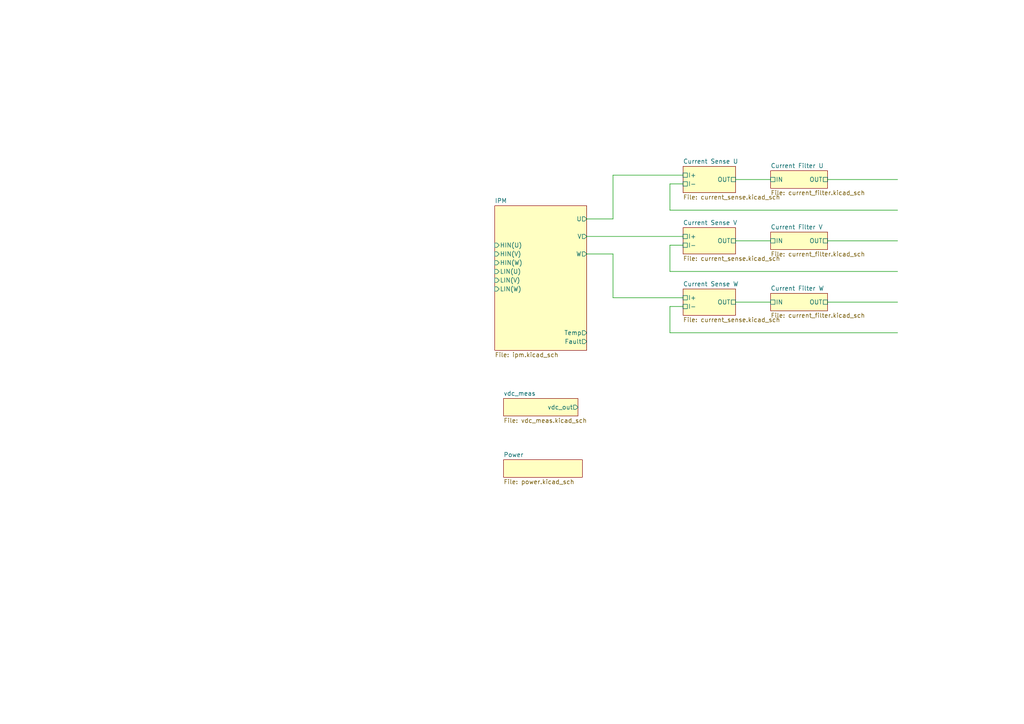
<source format=kicad_sch>
(kicad_sch
	(version 20231120)
	(generator "eeschema")
	(generator_version "8.0")
	(uuid "c11d1dbc-4db9-4712-8d1d-5f6f7086cded")
	(paper "A4")
	(lib_symbols)
	(wire
		(pts
			(xy 198.12 88.9) (xy 194.31 88.9)
		)
		(stroke
			(width 0)
			(type default)
		)
		(uuid "0315c956-f6bd-4e03-99b7-8b8fd50dd0e4")
	)
	(wire
		(pts
			(xy 194.31 71.12) (xy 194.31 78.74)
		)
		(stroke
			(width 0)
			(type default)
		)
		(uuid "0ab4b9cc-d6fa-4c17-b71d-af3884935908")
	)
	(wire
		(pts
			(xy 177.8 73.66) (xy 177.8 86.36)
		)
		(stroke
			(width 0)
			(type default)
		)
		(uuid "0d3de396-3c78-439e-bcf9-3a50ba938de0")
	)
	(wire
		(pts
			(xy 177.8 86.36) (xy 198.12 86.36)
		)
		(stroke
			(width 0)
			(type default)
		)
		(uuid "1dad9131-5391-4c78-af14-db3532691880")
	)
	(wire
		(pts
			(xy 213.36 69.85) (xy 223.52 69.85)
		)
		(stroke
			(width 0)
			(type default)
		)
		(uuid "1f89983f-1257-4cd1-86c3-c99cd003907c")
	)
	(wire
		(pts
			(xy 194.31 60.96) (xy 260.35 60.96)
		)
		(stroke
			(width 0)
			(type default)
		)
		(uuid "24ba17be-1815-4c06-a9c8-efc3b7716a55")
	)
	(wire
		(pts
			(xy 194.31 96.52) (xy 260.35 96.52)
		)
		(stroke
			(width 0)
			(type default)
		)
		(uuid "2ae5674e-02ce-43eb-a186-30f5d21fd548")
	)
	(wire
		(pts
			(xy 213.36 52.07) (xy 223.52 52.07)
		)
		(stroke
			(width 0)
			(type default)
		)
		(uuid "336811cc-c233-4e09-a376-3d6d3389879f")
	)
	(wire
		(pts
			(xy 240.03 52.07) (xy 260.35 52.07)
		)
		(stroke
			(width 0)
			(type default)
		)
		(uuid "41ba738c-b712-4a00-965c-47478b4d36fb")
	)
	(wire
		(pts
			(xy 213.36 87.63) (xy 223.52 87.63)
		)
		(stroke
			(width 0)
			(type default)
		)
		(uuid "4881ae02-c83b-4261-b603-c91fe758a794")
	)
	(wire
		(pts
			(xy 198.12 53.34) (xy 194.31 53.34)
		)
		(stroke
			(width 0)
			(type default)
		)
		(uuid "57af8cca-2d32-4304-95d1-3f35c08c0f2a")
	)
	(wire
		(pts
			(xy 170.18 63.5) (xy 177.8 63.5)
		)
		(stroke
			(width 0)
			(type default)
		)
		(uuid "5cc4ae09-69e6-493a-a0e9-e1bd578bde4b")
	)
	(wire
		(pts
			(xy 240.03 69.85) (xy 260.35 69.85)
		)
		(stroke
			(width 0)
			(type default)
		)
		(uuid "8497511c-31a6-49a7-8c66-690f300555ee")
	)
	(wire
		(pts
			(xy 198.12 71.12) (xy 194.31 71.12)
		)
		(stroke
			(width 0)
			(type default)
		)
		(uuid "97478fb3-0d40-430f-bf12-1ad205d79a66")
	)
	(wire
		(pts
			(xy 194.31 88.9) (xy 194.31 96.52)
		)
		(stroke
			(width 0)
			(type default)
		)
		(uuid "a7d51136-7331-41bb-a2d4-e025ad67720c")
	)
	(wire
		(pts
			(xy 170.18 68.58) (xy 198.12 68.58)
		)
		(stroke
			(width 0)
			(type default)
		)
		(uuid "a84e5431-92ff-41db-8591-f80dddb20b0c")
	)
	(wire
		(pts
			(xy 177.8 50.8) (xy 198.12 50.8)
		)
		(stroke
			(width 0)
			(type default)
		)
		(uuid "bce8969a-b356-435d-9ce6-700593c4aeb3")
	)
	(wire
		(pts
			(xy 170.18 73.66) (xy 177.8 73.66)
		)
		(stroke
			(width 0)
			(type default)
		)
		(uuid "c33717ad-66b5-4837-91dc-4dc3895ee75a")
	)
	(wire
		(pts
			(xy 194.31 78.74) (xy 260.35 78.74)
		)
		(stroke
			(width 0)
			(type default)
		)
		(uuid "c676c30d-632b-4e54-a2e2-37dd58d2f290")
	)
	(wire
		(pts
			(xy 177.8 63.5) (xy 177.8 50.8)
		)
		(stroke
			(width 0)
			(type default)
		)
		(uuid "c844efda-68a6-4c50-9ec9-18b3d2ef17d1")
	)
	(wire
		(pts
			(xy 194.31 53.34) (xy 194.31 60.96)
		)
		(stroke
			(width 0)
			(type default)
		)
		(uuid "c913d1ed-ae1b-47b1-9830-4991ea9d8252")
	)
	(wire
		(pts
			(xy 240.03 87.63) (xy 260.35 87.63)
		)
		(stroke
			(width 0)
			(type default)
		)
		(uuid "e05fbb83-3f00-4de6-baf1-096ce5f9416c")
	)
	(sheet
		(at 198.12 66.04)
		(size 15.24 7.62)
		(fields_autoplaced yes)
		(stroke
			(width 0.1524)
			(type solid)
		)
		(fill
			(color 255 255 194 1.0000)
		)
		(uuid "1bd0e084-5602-43f5-a9de-9167dc3ddabf")
		(property "Sheetname" "Current Sense V"
			(at 198.12 65.3284 0)
			(effects
				(font
					(size 1.27 1.27)
				)
				(justify left bottom)
			)
		)
		(property "Sheetfile" "current_sense.kicad_sch"
			(at 198.12 74.2446 0)
			(effects
				(font
					(size 1.27 1.27)
				)
				(justify left top)
			)
		)
		(pin "I+" passive
			(at 198.12 68.58 180)
			(effects
				(font
					(size 1.27 1.27)
				)
				(justify left)
			)
			(uuid "b81363ca-f91b-420f-acc2-f90b32ba6c72")
		)
		(pin "OUT" passive
			(at 213.36 69.85 0)
			(effects
				(font
					(size 1.27 1.27)
				)
				(justify right)
			)
			(uuid "c16057d6-03ee-4c76-a7c0-be010b38927c")
		)
		(pin "I-" passive
			(at 198.12 71.12 180)
			(effects
				(font
					(size 1.27 1.27)
				)
				(justify left)
			)
			(uuid "7452bdf3-99ed-47e4-a1ad-0bb797c7a076")
		)
		(instances
			(project "main"
				(path "/c11d1dbc-4db9-4712-8d1d-5f6f7086cded"
					(page "4")
				)
			)
		)
	)
	(sheet
		(at 198.12 48.26)
		(size 15.24 7.62)
		(fields_autoplaced yes)
		(stroke
			(width 0.1524)
			(type solid)
		)
		(fill
			(color 255 255 194 1.0000)
		)
		(uuid "236c27c1-9285-48af-b94c-0a581f89ad4f")
		(property "Sheetname" "Current Sense U"
			(at 198.12 47.5484 0)
			(effects
				(font
					(size 1.27 1.27)
				)
				(justify left bottom)
			)
		)
		(property "Sheetfile" "current_sense.kicad_sch"
			(at 198.12 56.4646 0)
			(effects
				(font
					(size 1.27 1.27)
				)
				(justify left top)
			)
		)
		(pin "I+" passive
			(at 198.12 50.8 180)
			(effects
				(font
					(size 1.27 1.27)
				)
				(justify left)
			)
			(uuid "dd7db21a-7d6e-4a80-900c-70122414ab07")
		)
		(pin "OUT" passive
			(at 213.36 52.07 0)
			(effects
				(font
					(size 1.27 1.27)
				)
				(justify right)
			)
			(uuid "a0a6e509-49d8-4900-9ba3-50d6d29e354a")
		)
		(pin "I-" passive
			(at 198.12 53.34 180)
			(effects
				(font
					(size 1.27 1.27)
				)
				(justify left)
			)
			(uuid "5e1051a2-d5e4-4bef-a8ec-230dec5dab10")
		)
		(instances
			(project "main"
				(path "/c11d1dbc-4db9-4712-8d1d-5f6f7086cded"
					(page "2")
				)
			)
		)
	)
	(sheet
		(at 223.52 49.53)
		(size 16.51 5.08)
		(fields_autoplaced yes)
		(stroke
			(width 0.1524)
			(type solid)
		)
		(fill
			(color 255 255 194 1.0000)
		)
		(uuid "4b1be1b1-dfa5-4b57-a4fe-e097b3b33d8a")
		(property "Sheetname" "Current Filter U"
			(at 223.52 48.8184 0)
			(effects
				(font
					(size 1.27 1.27)
				)
				(justify left bottom)
			)
		)
		(property "Sheetfile" "current_filter.kicad_sch"
			(at 223.52 55.1946 0)
			(effects
				(font
					(size 1.27 1.27)
				)
				(justify left top)
			)
		)
		(pin "OUT" passive
			(at 240.03 52.07 0)
			(effects
				(font
					(size 1.27 1.27)
				)
				(justify right)
			)
			(uuid "8f87f3a3-b22e-4847-b156-e7f3ae75bc43")
		)
		(pin "IN" passive
			(at 223.52 52.07 180)
			(effects
				(font
					(size 1.27 1.27)
				)
				(justify left)
			)
			(uuid "986b53a8-acae-4f99-a633-04cf11280afb")
		)
		(instances
			(project "main"
				(path "/c11d1dbc-4db9-4712-8d1d-5f6f7086cded"
					(page "3")
				)
			)
		)
	)
	(sheet
		(at 223.52 85.09)
		(size 16.51 5.08)
		(fields_autoplaced yes)
		(stroke
			(width 0.1524)
			(type solid)
		)
		(fill
			(color 255 255 194 1.0000)
		)
		(uuid "5abad072-255e-43b5-81ad-39000e042b96")
		(property "Sheetname" "Current Filter W"
			(at 223.52 84.3784 0)
			(effects
				(font
					(size 1.27 1.27)
				)
				(justify left bottom)
			)
		)
		(property "Sheetfile" "current_filter.kicad_sch"
			(at 223.52 90.7546 0)
			(effects
				(font
					(size 1.27 1.27)
				)
				(justify left top)
			)
		)
		(pin "OUT" passive
			(at 240.03 87.63 0)
			(effects
				(font
					(size 1.27 1.27)
				)
				(justify right)
			)
			(uuid "78c7a5b2-c50b-4071-94d0-5bbee8bbb471")
		)
		(pin "IN" passive
			(at 223.52 87.63 180)
			(effects
				(font
					(size 1.27 1.27)
				)
				(justify left)
			)
			(uuid "823a2404-3984-490e-8466-4d8947c55aec")
		)
		(instances
			(project "main"
				(path "/c11d1dbc-4db9-4712-8d1d-5f6f7086cded"
					(page "7")
				)
			)
		)
	)
	(sheet
		(at 143.51 59.69)
		(size 26.67 41.91)
		(fields_autoplaced yes)
		(stroke
			(width 0.1524)
			(type solid)
		)
		(fill
			(color 255 255 194 1.0000)
		)
		(uuid "5d407613-ca47-4478-86ea-137e1786be86")
		(property "Sheetname" "IPM"
			(at 143.51 58.9784 0)
			(effects
				(font
					(size 1.27 1.27)
				)
				(justify left bottom)
			)
		)
		(property "Sheetfile" "ipm.kicad_sch"
			(at 143.51 102.1846 0)
			(effects
				(font
					(size 1.27 1.27)
				)
				(justify left top)
			)
		)
		(pin "W" output
			(at 170.18 73.66 0)
			(effects
				(font
					(size 1.27 1.27)
				)
				(justify right)
			)
			(uuid "52964ab9-a318-454c-b8d2-57b755c6dccc")
		)
		(pin "U" output
			(at 170.18 63.5 0)
			(effects
				(font
					(size 1.27 1.27)
				)
				(justify right)
			)
			(uuid "59a32416-c4f9-4a85-883c-e6eafebbf0be")
		)
		(pin "V" output
			(at 170.18 68.58 0)
			(effects
				(font
					(size 1.27 1.27)
				)
				(justify right)
			)
			(uuid "cf912a9b-794e-44f2-b6cd-21765adb0961")
		)
		(pin "Temp" output
			(at 170.18 96.52 0)
			(effects
				(font
					(size 1.27 1.27)
				)
				(justify right)
			)
			(uuid "20637892-99a3-4aae-b7f0-b4207c2c3bbd")
		)
		(pin "Fault" output
			(at 170.18 99.06 0)
			(effects
				(font
					(size 1.27 1.27)
				)
				(justify right)
			)
			(uuid "26e36ed9-20d3-4d27-85d6-460e4ae2ffd7")
		)
		(pin "HIN(W)" input
			(at 143.51 76.2 180)
			(effects
				(font
					(size 1.27 1.27)
				)
				(justify left)
			)
			(uuid "62d113f6-987d-4d5a-9cdb-ae3c27e81615")
		)
		(pin "LIN(W)" input
			(at 143.51 83.82 180)
			(effects
				(font
					(size 1.27 1.27)
				)
				(justify left)
			)
			(uuid "e39baa20-9b72-46e2-9e4d-7c66dda39f54")
		)
		(pin "HIN(V)" input
			(at 143.51 73.66 180)
			(effects
				(font
					(size 1.27 1.27)
				)
				(justify left)
			)
			(uuid "36851296-0773-47f0-8b75-5d88cfd8d352")
		)
		(pin "LIN(V)" input
			(at 143.51 81.28 180)
			(effects
				(font
					(size 1.27 1.27)
				)
				(justify left)
			)
			(uuid "daccab0e-e882-47cf-9ee0-0425bad15496")
		)
		(pin "LIN(U)" input
			(at 143.51 78.74 180)
			(effects
				(font
					(size 1.27 1.27)
				)
				(justify left)
			)
			(uuid "8dbae5ef-403d-46ae-bd6b-d0ee91e079da")
		)
		(pin "HIN(U)" input
			(at 143.51 71.12 180)
			(effects
				(font
					(size 1.27 1.27)
				)
				(justify left)
			)
			(uuid "476733ad-9c0d-41cf-bd8a-b18367879601")
		)
		(instances
			(project "main"
				(path "/c11d1dbc-4db9-4712-8d1d-5f6f7086cded"
					(page "8")
				)
			)
		)
	)
	(sheet
		(at 146.05 115.57)
		(size 21.59 5.08)
		(fields_autoplaced yes)
		(stroke
			(width 0.1524)
			(type solid)
		)
		(fill
			(color 255 255 194 1.0000)
		)
		(uuid "65f1abf4-f16e-41b7-92a2-6e9eb3d99d97")
		(property "Sheetname" "vdc_meas"
			(at 146.05 114.8584 0)
			(effects
				(font
					(size 1.27 1.27)
				)
				(justify left bottom)
			)
		)
		(property "Sheetfile" "vdc_meas.kicad_sch"
			(at 146.05 121.2346 0)
			(effects
				(font
					(size 1.27 1.27)
				)
				(justify left top)
			)
		)
		(pin "vdc_out" output
			(at 167.64 118.11 0)
			(effects
				(font
					(size 1.27 1.27)
				)
				(justify right)
			)
			(uuid "7fc73a02-6dba-4358-914f-9b46b577a432")
		)
		(instances
			(project "main"
				(path "/c11d1dbc-4db9-4712-8d1d-5f6f7086cded"
					(page "14")
				)
			)
		)
	)
	(sheet
		(at 223.52 67.31)
		(size 16.51 5.08)
		(fields_autoplaced yes)
		(stroke
			(width 0.1524)
			(type solid)
		)
		(fill
			(color 255 255 194 1.0000)
		)
		(uuid "b143e45b-d52c-4c1e-956d-7828de21cc22")
		(property "Sheetname" "Current Filter V"
			(at 223.52 66.5984 0)
			(effects
				(font
					(size 1.27 1.27)
				)
				(justify left bottom)
			)
		)
		(property "Sheetfile" "current_filter.kicad_sch"
			(at 223.52 72.9746 0)
			(effects
				(font
					(size 1.27 1.27)
				)
				(justify left top)
			)
		)
		(pin "OUT" passive
			(at 240.03 69.85 0)
			(effects
				(font
					(size 1.27 1.27)
				)
				(justify right)
			)
			(uuid "7617c9b5-593a-45c5-958d-fcc33e2c8e7a")
		)
		(pin "IN" passive
			(at 223.52 69.85 180)
			(effects
				(font
					(size 1.27 1.27)
				)
				(justify left)
			)
			(uuid "c6cf8628-74a7-462a-be2f-91ec1763e41b")
		)
		(instances
			(project "main"
				(path "/c11d1dbc-4db9-4712-8d1d-5f6f7086cded"
					(page "5")
				)
			)
		)
	)
	(sheet
		(at 198.12 83.82)
		(size 15.24 7.62)
		(fields_autoplaced yes)
		(stroke
			(width 0.1524)
			(type solid)
		)
		(fill
			(color 255 255 194 1.0000)
		)
		(uuid "eb061644-a076-485c-afde-65b59d5b34e4")
		(property "Sheetname" "Current Sense W"
			(at 198.12 83.1084 0)
			(effects
				(font
					(size 1.27 1.27)
				)
				(justify left bottom)
			)
		)
		(property "Sheetfile" "current_sense.kicad_sch"
			(at 198.12 92.0246 0)
			(effects
				(font
					(size 1.27 1.27)
				)
				(justify left top)
			)
		)
		(pin "I+" passive
			(at 198.12 86.36 180)
			(effects
				(font
					(size 1.27 1.27)
				)
				(justify left)
			)
			(uuid "f3ec6db1-ee68-4fba-b506-671521fb908a")
		)
		(pin "OUT" passive
			(at 213.36 87.63 0)
			(effects
				(font
					(size 1.27 1.27)
				)
				(justify right)
			)
			(uuid "311f7714-f26d-4437-8549-fdc993db3c99")
		)
		(pin "I-" passive
			(at 198.12 88.9 180)
			(effects
				(font
					(size 1.27 1.27)
				)
				(justify left)
			)
			(uuid "09f6f235-bc07-4fe6-b779-d2937cb8a7a8")
		)
		(instances
			(project "main"
				(path "/c11d1dbc-4db9-4712-8d1d-5f6f7086cded"
					(page "6")
				)
			)
		)
	)
	(sheet
		(at 146.05 133.35)
		(size 22.86 5.08)
		(fields_autoplaced yes)
		(stroke
			(width 0.1524)
			(type solid)
		)
		(fill
			(color 255 255 194 1.0000)
		)
		(uuid "f37982a3-337b-429f-abb6-a84102507a70")
		(property "Sheetname" "Power"
			(at 146.05 132.6384 0)
			(effects
				(font
					(size 1.27 1.27)
				)
				(justify left bottom)
			)
		)
		(property "Sheetfile" "power.kicad_sch"
			(at 146.05 139.0146 0)
			(effects
				(font
					(size 1.27 1.27)
				)
				(justify left top)
			)
		)
		(instances
			(project "main"
				(path "/c11d1dbc-4db9-4712-8d1d-5f6f7086cded"
					(page "16")
				)
			)
		)
	)
	(sheet_instances
		(path "/"
			(page "1")
		)
	)
)

</source>
